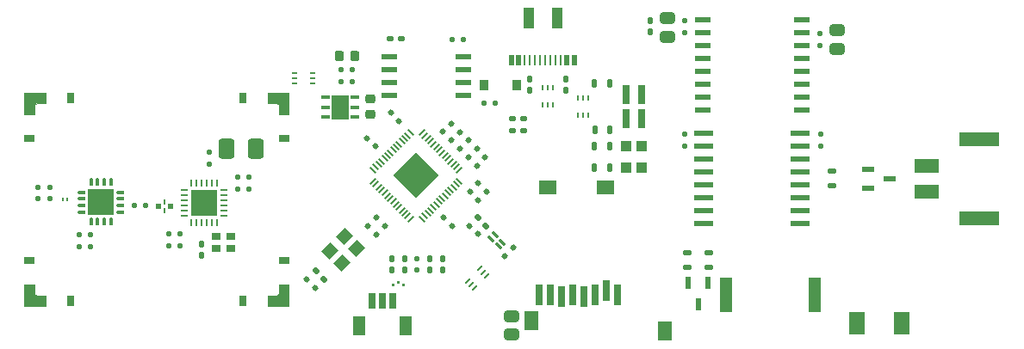
<source format=gbr>
%TF.GenerationSoftware,KiCad,Pcbnew,9.0.2+1*%
%TF.CreationDate,2025-07-24T16:09:37+01:00*%
%TF.ProjectId,OBC,4f42432e-6b69-4636-9164-5f7063625858,rev?*%
%TF.SameCoordinates,Original*%
%TF.FileFunction,Paste,Top*%
%TF.FilePolarity,Positive*%
%FSLAX45Y45*%
G04 Gerber Fmt 4.5, Leading zero omitted, Abs format (unit mm)*
G04 Created by KiCad (PCBNEW 9.0.2+1) date 2025-07-24 16:09:37*
%MOMM*%
%LPD*%
G01*
G04 APERTURE LIST*
G04 Aperture macros list*
%AMRoundRect*
0 Rectangle with rounded corners*
0 $1 Rounding radius*
0 $2 $3 $4 $5 $6 $7 $8 $9 X,Y pos of 4 corners*
0 Add a 4 corners polygon primitive as box body*
4,1,4,$2,$3,$4,$5,$6,$7,$8,$9,$2,$3,0*
0 Add four circle primitives for the rounded corners*
1,1,$1+$1,$2,$3*
1,1,$1+$1,$4,$5*
1,1,$1+$1,$6,$7*
1,1,$1+$1,$8,$9*
0 Add four rect primitives between the rounded corners*
20,1,$1+$1,$2,$3,$4,$5,0*
20,1,$1+$1,$4,$5,$6,$7,0*
20,1,$1+$1,$6,$7,$8,$9,0*
20,1,$1+$1,$8,$9,$2,$3,0*%
%AMRotRect*
0 Rectangle, with rotation*
0 The origin of the aperture is its center*
0 $1 length*
0 $2 width*
0 $3 Rotation angle, in degrees counterclockwise*
0 Add horizontal line*
21,1,$1,$2,0,0,$3*%
G04 Aperture macros list end*
%ADD10C,0.010000*%
%ADD11C,0.000000*%
%ADD12RoundRect,0.125000X0.231788X-0.055013X-0.055013X0.231788X-0.231788X0.055013X0.055013X-0.231788X0*%
%ADD13RoundRect,0.127000X0.152400X0.127000X-0.152400X0.127000X-0.152400X-0.127000X0.152400X-0.127000X0*%
%ADD14RoundRect,0.125000X0.124999X-0.202799X0.124999X0.202799X-0.124999X0.202799X-0.124999X-0.202799X0*%
%ADD15R,0.250000X0.600000*%
%ADD16R,0.600000X0.600000*%
%ADD17RoundRect,0.127000X-0.127000X0.152400X-0.127000X-0.152400X0.127000X-0.152400X0.127000X0.152400X0*%
%ADD18R,1.524000X0.533400*%
%ADD19R,1.300000X3.400000*%
%ADD20RoundRect,0.127000X0.127000X-0.152400X0.127000X0.152400X-0.127000X0.152400X-0.127000X-0.152400X0*%
%ADD21R,0.254000X0.762000*%
%ADD22R,0.762000X0.254000*%
%ADD23R,2.641600X2.641600*%
%ADD24RoundRect,0.125000X0.202799X0.124999X-0.202799X0.124999X-0.202799X-0.124999X0.202799X-0.124999X0*%
%ADD25R,0.210000X0.400000*%
%ADD26R,0.800000X2.000000*%
%ADD27R,1.800000X1.400000*%
%ADD28R,1.400000X1.900000*%
%ADD29RoundRect,0.250000X0.475000X-0.325000X0.475000X0.325000X-0.475000X0.325000X-0.475000X-0.325000X0*%
%ADD30RoundRect,0.127000X0.017961X0.197566X-0.197566X-0.017961X-0.017961X-0.197566X0.197566X0.017961X0*%
%ADD31RotRect,0.177800X0.812800X45.000000*%
%ADD32RotRect,0.177800X0.812800X315.000000*%
%ADD33RotRect,3.200400X3.200400X315.000000*%
%ADD34RoundRect,0.250000X-0.475000X0.325000X-0.475000X-0.325000X0.475000X-0.325000X0.475000X0.325000X0*%
%ADD35RoundRect,0.230000X0.260000X-0.230000X0.260000X0.230000X-0.260000X0.230000X-0.260000X-0.230000X0*%
%ADD36RoundRect,0.127000X-0.197566X0.017961X0.017961X-0.197566X0.197566X-0.017961X-0.017961X0.197566X0*%
%ADD37R,0.660400X1.549400*%
%ADD38R,1.295400X1.905000*%
%ADD39R,0.812800X0.406400*%
%ADD40R,1.752600X2.489200*%
%ADD41R,1.244600X0.558800*%
%ADD42R,0.600000X1.250000*%
%ADD43RoundRect,0.227500X-0.227500X-0.307500X0.227500X-0.307500X0.227500X0.307500X-0.227500X0.307500X0*%
%ADD44RoundRect,0.125000X-0.124999X0.202799X-0.124999X-0.202799X0.124999X-0.202799X0.124999X0.202799X0*%
%ADD45RoundRect,0.125000X-0.125000X-0.281400X0.125000X-0.281400X0.125000X0.281400X-0.125000X0.281400X0*%
%ADD46R,1.649999X0.599999*%
%ADD47RoundRect,0.076200X0.304800X-0.076200X0.304800X0.076200X-0.304800X0.076200X-0.304800X-0.076200X0*%
%ADD48RoundRect,0.076200X-0.076200X-0.304800X0.076200X-0.304800X0.076200X0.304800X-0.076200X0.304800X0*%
%ADD49RoundRect,0.127000X-0.017961X-0.197566X0.197566X0.017961X0.017961X0.197566X-0.197566X-0.017961X0*%
%ADD50R,1.000000X0.800000*%
%ADD51R,0.800000X1.000000*%
%ADD52RoundRect,0.127000X-0.152400X-0.127000X0.152400X-0.127000X0.152400X0.127000X-0.152400X0.127000X0*%
%ADD53RoundRect,0.125000X0.281400X-0.125000X0.281400X0.125000X-0.281400X0.125000X-0.281400X-0.125000X0*%
%ADD54R,0.609600X0.228600*%
%ADD55R,1.050000X1.000000*%
%ADD56R,0.520000X1.000000*%
%ADD57R,0.270000X1.000000*%
%ADD58R,1.000000X2.000000*%
%ADD59R,0.660400X1.905000*%
%ADD60RoundRect,0.125000X-0.231788X0.055013X0.055013X-0.231788X0.231788X-0.055013X-0.055013X0.231788X0*%
%ADD61RoundRect,0.127000X0.197566X-0.017961X-0.017961X0.197566X-0.197566X0.017961X0.017961X-0.197566X0*%
%ADD62RoundRect,0.125000X0.125000X0.281400X-0.125000X0.281400X-0.125000X-0.281400X0.125000X-0.281400X0*%
%ADD63R,0.228600X0.609600*%
%ADD64RoundRect,0.230000X-0.230000X-0.260000X0.230000X-0.260000X0.230000X0.260000X-0.230000X0.260000X0*%
%ADD65RoundRect,0.095000X-0.335000X0.285000X-0.335000X-0.285000X0.335000X-0.285000X0.335000X0.285000X0*%
%ADD66RoundRect,0.250000X0.525000X0.725000X-0.525000X0.725000X-0.525000X-0.725000X0.525000X-0.725000X0*%
%ADD67RotRect,0.762000X0.254000X315.000000*%
%ADD68R,1.550000X2.200000*%
%ADD69R,2.380000X1.350000*%
%ADD70R,3.920000X1.400000*%
%ADD71RoundRect,0.125000X-0.281400X0.125000X-0.281400X-0.125000X0.281400X-0.125000X0.281400X0.125000X0*%
%ADD72RotRect,1.100000X1.300000X135.000000*%
%ADD73RotRect,0.609600X0.228600X225.000000*%
%ADD74R,1.899999X0.599999*%
G04 APERTURE END LIST*
D10*
%TO.C,D5*%
X14679300Y-11319940D02*
X14679500Y-11319940D01*
X14679800Y-11320040D01*
X14680000Y-11320040D01*
X14680300Y-11320140D01*
X14680500Y-11320240D01*
X14680800Y-11320340D01*
X14681000Y-11320540D01*
X14681200Y-11320640D01*
X14681400Y-11320840D01*
X14681600Y-11320940D01*
X14681800Y-11321140D01*
X14682000Y-11321340D01*
X14682200Y-11321540D01*
X14682400Y-11321740D01*
X14682500Y-11321940D01*
X14682700Y-11322140D01*
X14682800Y-11322340D01*
X14683000Y-11322540D01*
X14683100Y-11322840D01*
X14683200Y-11323040D01*
X14683300Y-11323340D01*
X14683300Y-11323540D01*
X14683400Y-11323840D01*
X14683400Y-11324040D01*
X14683500Y-11324340D01*
X14683500Y-11324540D01*
X14683500Y-11324840D01*
X14683500Y-11335840D01*
X14683500Y-11336140D01*
X14683500Y-11336340D01*
X14683400Y-11336640D01*
X14683400Y-11336840D01*
X14683300Y-11337140D01*
X14683300Y-11337340D01*
X14683200Y-11337640D01*
X14683100Y-11337840D01*
X14683000Y-11338140D01*
X14682800Y-11338340D01*
X14682700Y-11338540D01*
X14682500Y-11338740D01*
X14682400Y-11338940D01*
X14682200Y-11339140D01*
X14682000Y-11339340D01*
X14681800Y-11339540D01*
X14681600Y-11339740D01*
X14681400Y-11339840D01*
X14681200Y-11340040D01*
X14681000Y-11340140D01*
X14680800Y-11340340D01*
X14680500Y-11340440D01*
X14680300Y-11340540D01*
X14680000Y-11340640D01*
X14679800Y-11340640D01*
X14679500Y-11340740D01*
X14679300Y-11340740D01*
X14679000Y-11340840D01*
X14678800Y-11340840D01*
X14678500Y-11340840D01*
X14667500Y-11340840D01*
X14667200Y-11340840D01*
X14667000Y-11340840D01*
X14666700Y-11340740D01*
X14666500Y-11340740D01*
X14666200Y-11340640D01*
X14666000Y-11340640D01*
X14665700Y-11340540D01*
X14665500Y-11340440D01*
X14665200Y-11340340D01*
X14665000Y-11340140D01*
X14664800Y-11340040D01*
X14664600Y-11339840D01*
X14664400Y-11339740D01*
X14664200Y-11339540D01*
X14664000Y-11339340D01*
X14663800Y-11339140D01*
X14663600Y-11338940D01*
X14663500Y-11338740D01*
X14663300Y-11338540D01*
X14663200Y-11338340D01*
X14663000Y-11338140D01*
X14662900Y-11337840D01*
X14662800Y-11337640D01*
X14662700Y-11337340D01*
X14662700Y-11337140D01*
X14662600Y-11336840D01*
X14662600Y-11336640D01*
X14662500Y-11336340D01*
X14662500Y-11336140D01*
X14662500Y-11335840D01*
X14662500Y-11324840D01*
X14662500Y-11324540D01*
X14662500Y-11324340D01*
X14662600Y-11324040D01*
X14662600Y-11323840D01*
X14662700Y-11323540D01*
X14662700Y-11323340D01*
X14662800Y-11323040D01*
X14662900Y-11322840D01*
X14663000Y-11322540D01*
X14663200Y-11322340D01*
X14663300Y-11322140D01*
X14663500Y-11321940D01*
X14663600Y-11321740D01*
X14663800Y-11321540D01*
X14664000Y-11321340D01*
X14664200Y-11321140D01*
X14664400Y-11320940D01*
X14664600Y-11320840D01*
X14664800Y-11320640D01*
X14665000Y-11320540D01*
X14665200Y-11320340D01*
X14665500Y-11320240D01*
X14665700Y-11320140D01*
X14666000Y-11320040D01*
X14666200Y-11320040D01*
X14666500Y-11319940D01*
X14666700Y-11319940D01*
X14667000Y-11319840D01*
X14667200Y-11319840D01*
X14667500Y-11319840D01*
X14678500Y-11319840D01*
X14678800Y-11319840D01*
X14679000Y-11319840D01*
X14679300Y-11319940D01*
G36*
X14679300Y-11319940D02*
G01*
X14679500Y-11319940D01*
X14679800Y-11320040D01*
X14680000Y-11320040D01*
X14680300Y-11320140D01*
X14680500Y-11320240D01*
X14680800Y-11320340D01*
X14681000Y-11320540D01*
X14681200Y-11320640D01*
X14681400Y-11320840D01*
X14681600Y-11320940D01*
X14681800Y-11321140D01*
X14682000Y-11321340D01*
X14682200Y-11321540D01*
X14682400Y-11321740D01*
X14682500Y-11321940D01*
X14682700Y-11322140D01*
X14682800Y-11322340D01*
X14683000Y-11322540D01*
X14683100Y-11322840D01*
X14683200Y-11323040D01*
X14683300Y-11323340D01*
X14683300Y-11323540D01*
X14683400Y-11323840D01*
X14683400Y-11324040D01*
X14683500Y-11324340D01*
X14683500Y-11324540D01*
X14683500Y-11324840D01*
X14683500Y-11335840D01*
X14683500Y-11336140D01*
X14683500Y-11336340D01*
X14683400Y-11336640D01*
X14683400Y-11336840D01*
X14683300Y-11337140D01*
X14683300Y-11337340D01*
X14683200Y-11337640D01*
X14683100Y-11337840D01*
X14683000Y-11338140D01*
X14682800Y-11338340D01*
X14682700Y-11338540D01*
X14682500Y-11338740D01*
X14682400Y-11338940D01*
X14682200Y-11339140D01*
X14682000Y-11339340D01*
X14681800Y-11339540D01*
X14681600Y-11339740D01*
X14681400Y-11339840D01*
X14681200Y-11340040D01*
X14681000Y-11340140D01*
X14680800Y-11340340D01*
X14680500Y-11340440D01*
X14680300Y-11340540D01*
X14680000Y-11340640D01*
X14679800Y-11340640D01*
X14679500Y-11340740D01*
X14679300Y-11340740D01*
X14679000Y-11340840D01*
X14678800Y-11340840D01*
X14678500Y-11340840D01*
X14667500Y-11340840D01*
X14667200Y-11340840D01*
X14667000Y-11340840D01*
X14666700Y-11340740D01*
X14666500Y-11340740D01*
X14666200Y-11340640D01*
X14666000Y-11340640D01*
X14665700Y-11340540D01*
X14665500Y-11340440D01*
X14665200Y-11340340D01*
X14665000Y-11340140D01*
X14664800Y-11340040D01*
X14664600Y-11339840D01*
X14664400Y-11339740D01*
X14664200Y-11339540D01*
X14664000Y-11339340D01*
X14663800Y-11339140D01*
X14663600Y-11338940D01*
X14663500Y-11338740D01*
X14663300Y-11338540D01*
X14663200Y-11338340D01*
X14663000Y-11338140D01*
X14662900Y-11337840D01*
X14662800Y-11337640D01*
X14662700Y-11337340D01*
X14662700Y-11337140D01*
X14662600Y-11336840D01*
X14662600Y-11336640D01*
X14662500Y-11336340D01*
X14662500Y-11336140D01*
X14662500Y-11335840D01*
X14662500Y-11324840D01*
X14662500Y-11324540D01*
X14662500Y-11324340D01*
X14662600Y-11324040D01*
X14662600Y-11323840D01*
X14662700Y-11323540D01*
X14662700Y-11323340D01*
X14662800Y-11323040D01*
X14662900Y-11322840D01*
X14663000Y-11322540D01*
X14663200Y-11322340D01*
X14663300Y-11322140D01*
X14663500Y-11321940D01*
X14663600Y-11321740D01*
X14663800Y-11321540D01*
X14664000Y-11321340D01*
X14664200Y-11321140D01*
X14664400Y-11320940D01*
X14664600Y-11320840D01*
X14664800Y-11320640D01*
X14665000Y-11320540D01*
X14665200Y-11320340D01*
X14665500Y-11320240D01*
X14665700Y-11320140D01*
X14666000Y-11320040D01*
X14666200Y-11320040D01*
X14666500Y-11319940D01*
X14666700Y-11319940D01*
X14667000Y-11319840D01*
X14667200Y-11319840D01*
X14667500Y-11319840D01*
X14678500Y-11319840D01*
X14678800Y-11319840D01*
X14679000Y-11319840D01*
X14679300Y-11319940D01*
G37*
X14729300Y-11294940D02*
X14729500Y-11294940D01*
X14729800Y-11295040D01*
X14730000Y-11295040D01*
X14730300Y-11295140D01*
X14730500Y-11295240D01*
X14730800Y-11295340D01*
X14731000Y-11295540D01*
X14731200Y-11295640D01*
X14731400Y-11295840D01*
X14731600Y-11295940D01*
X14731800Y-11296140D01*
X14732000Y-11296340D01*
X14732200Y-11296540D01*
X14732400Y-11296740D01*
X14732500Y-11296940D01*
X14732700Y-11297140D01*
X14732800Y-11297340D01*
X14733000Y-11297540D01*
X14733100Y-11297840D01*
X14733200Y-11298040D01*
X14733300Y-11298340D01*
X14733300Y-11298540D01*
X14733400Y-11298840D01*
X14733400Y-11299040D01*
X14733500Y-11299340D01*
X14733500Y-11299540D01*
X14733500Y-11299840D01*
X14733500Y-11310840D01*
X14733500Y-11311140D01*
X14733500Y-11311340D01*
X14733400Y-11311640D01*
X14733400Y-11311840D01*
X14733300Y-11312140D01*
X14733300Y-11312340D01*
X14733200Y-11312640D01*
X14733100Y-11312840D01*
X14733000Y-11313140D01*
X14732800Y-11313340D01*
X14732700Y-11313540D01*
X14732500Y-11313740D01*
X14732400Y-11313940D01*
X14732200Y-11314140D01*
X14732000Y-11314340D01*
X14731800Y-11314540D01*
X14731600Y-11314740D01*
X14731400Y-11314840D01*
X14731200Y-11315040D01*
X14731000Y-11315140D01*
X14730800Y-11315340D01*
X14730500Y-11315440D01*
X14730300Y-11315540D01*
X14730000Y-11315640D01*
X14729800Y-11315640D01*
X14729500Y-11315740D01*
X14729300Y-11315740D01*
X14729000Y-11315840D01*
X14728800Y-11315840D01*
X14728500Y-11315840D01*
X14717500Y-11315840D01*
X14717200Y-11315840D01*
X14717000Y-11315840D01*
X14716700Y-11315740D01*
X14716500Y-11315740D01*
X14716200Y-11315640D01*
X14716000Y-11315640D01*
X14715700Y-11315540D01*
X14715500Y-11315440D01*
X14715200Y-11315340D01*
X14715000Y-11315140D01*
X14714800Y-11315040D01*
X14714600Y-11314840D01*
X14714400Y-11314740D01*
X14714200Y-11314540D01*
X14714000Y-11314340D01*
X14713800Y-11314140D01*
X14713600Y-11313940D01*
X14713500Y-11313740D01*
X14713300Y-11313540D01*
X14713200Y-11313340D01*
X14713000Y-11313140D01*
X14712900Y-11312840D01*
X14712800Y-11312640D01*
X14712700Y-11312340D01*
X14712700Y-11312140D01*
X14712600Y-11311840D01*
X14712600Y-11311640D01*
X14712500Y-11311340D01*
X14712500Y-11311140D01*
X14712500Y-11310840D01*
X14712500Y-11299840D01*
X14712500Y-11299540D01*
X14712500Y-11299340D01*
X14712600Y-11299040D01*
X14712600Y-11298840D01*
X14712700Y-11298540D01*
X14712700Y-11298340D01*
X14712800Y-11298040D01*
X14712900Y-11297840D01*
X14713000Y-11297540D01*
X14713200Y-11297340D01*
X14713300Y-11297140D01*
X14713500Y-11296940D01*
X14713600Y-11296740D01*
X14713800Y-11296540D01*
X14714000Y-11296340D01*
X14714200Y-11296140D01*
X14714400Y-11295940D01*
X14714600Y-11295840D01*
X14714800Y-11295640D01*
X14715000Y-11295540D01*
X14715200Y-11295340D01*
X14715500Y-11295240D01*
X14715700Y-11295140D01*
X14716000Y-11295040D01*
X14716200Y-11295040D01*
X14716500Y-11294940D01*
X14716700Y-11294940D01*
X14717000Y-11294840D01*
X14717200Y-11294840D01*
X14717500Y-11294840D01*
X14728500Y-11294840D01*
X14728800Y-11294840D01*
X14729000Y-11294840D01*
X14729300Y-11294940D01*
G36*
X14729300Y-11294940D02*
G01*
X14729500Y-11294940D01*
X14729800Y-11295040D01*
X14730000Y-11295040D01*
X14730300Y-11295140D01*
X14730500Y-11295240D01*
X14730800Y-11295340D01*
X14731000Y-11295540D01*
X14731200Y-11295640D01*
X14731400Y-11295840D01*
X14731600Y-11295940D01*
X14731800Y-11296140D01*
X14732000Y-11296340D01*
X14732200Y-11296540D01*
X14732400Y-11296740D01*
X14732500Y-11296940D01*
X14732700Y-11297140D01*
X14732800Y-11297340D01*
X14733000Y-11297540D01*
X14733100Y-11297840D01*
X14733200Y-11298040D01*
X14733300Y-11298340D01*
X14733300Y-11298540D01*
X14733400Y-11298840D01*
X14733400Y-11299040D01*
X14733500Y-11299340D01*
X14733500Y-11299540D01*
X14733500Y-11299840D01*
X14733500Y-11310840D01*
X14733500Y-11311140D01*
X14733500Y-11311340D01*
X14733400Y-11311640D01*
X14733400Y-11311840D01*
X14733300Y-11312140D01*
X14733300Y-11312340D01*
X14733200Y-11312640D01*
X14733100Y-11312840D01*
X14733000Y-11313140D01*
X14732800Y-11313340D01*
X14732700Y-11313540D01*
X14732500Y-11313740D01*
X14732400Y-11313940D01*
X14732200Y-11314140D01*
X14732000Y-11314340D01*
X14731800Y-11314540D01*
X14731600Y-11314740D01*
X14731400Y-11314840D01*
X14731200Y-11315040D01*
X14731000Y-11315140D01*
X14730800Y-11315340D01*
X14730500Y-11315440D01*
X14730300Y-11315540D01*
X14730000Y-11315640D01*
X14729800Y-11315640D01*
X14729500Y-11315740D01*
X14729300Y-11315740D01*
X14729000Y-11315840D01*
X14728800Y-11315840D01*
X14728500Y-11315840D01*
X14717500Y-11315840D01*
X14717200Y-11315840D01*
X14717000Y-11315840D01*
X14716700Y-11315740D01*
X14716500Y-11315740D01*
X14716200Y-11315640D01*
X14716000Y-11315640D01*
X14715700Y-11315540D01*
X14715500Y-11315440D01*
X14715200Y-11315340D01*
X14715000Y-11315140D01*
X14714800Y-11315040D01*
X14714600Y-11314840D01*
X14714400Y-11314740D01*
X14714200Y-11314540D01*
X14714000Y-11314340D01*
X14713800Y-11314140D01*
X14713600Y-11313940D01*
X14713500Y-11313740D01*
X14713300Y-11313540D01*
X14713200Y-11313340D01*
X14713000Y-11313140D01*
X14712900Y-11312840D01*
X14712800Y-11312640D01*
X14712700Y-11312340D01*
X14712700Y-11312140D01*
X14712600Y-11311840D01*
X14712600Y-11311640D01*
X14712500Y-11311340D01*
X14712500Y-11311140D01*
X14712500Y-11310840D01*
X14712500Y-11299840D01*
X14712500Y-11299540D01*
X14712500Y-11299340D01*
X14712600Y-11299040D01*
X14712600Y-11298840D01*
X14712700Y-11298540D01*
X14712700Y-11298340D01*
X14712800Y-11298040D01*
X14712900Y-11297840D01*
X14713000Y-11297540D01*
X14713200Y-11297340D01*
X14713300Y-11297140D01*
X14713500Y-11296940D01*
X14713600Y-11296740D01*
X14713800Y-11296540D01*
X14714000Y-11296340D01*
X14714200Y-11296140D01*
X14714400Y-11295940D01*
X14714600Y-11295840D01*
X14714800Y-11295640D01*
X14715000Y-11295540D01*
X14715200Y-11295340D01*
X14715500Y-11295240D01*
X14715700Y-11295140D01*
X14716000Y-11295040D01*
X14716200Y-11295040D01*
X14716500Y-11294940D01*
X14716700Y-11294940D01*
X14717000Y-11294840D01*
X14717200Y-11294840D01*
X14717500Y-11294840D01*
X14728500Y-11294840D01*
X14728800Y-11294840D01*
X14729000Y-11294840D01*
X14729300Y-11294940D01*
G37*
X14779300Y-11319940D02*
X14779500Y-11319940D01*
X14779800Y-11320040D01*
X14780000Y-11320040D01*
X14780300Y-11320140D01*
X14780500Y-11320240D01*
X14780800Y-11320340D01*
X14781000Y-11320540D01*
X14781200Y-11320640D01*
X14781400Y-11320840D01*
X14781600Y-11320940D01*
X14781800Y-11321140D01*
X14782000Y-11321340D01*
X14782200Y-11321540D01*
X14782400Y-11321740D01*
X14782500Y-11321940D01*
X14782700Y-11322140D01*
X14782800Y-11322340D01*
X14783000Y-11322540D01*
X14783100Y-11322840D01*
X14783200Y-11323040D01*
X14783300Y-11323340D01*
X14783300Y-11323540D01*
X14783400Y-11323840D01*
X14783400Y-11324040D01*
X14783500Y-11324340D01*
X14783500Y-11324540D01*
X14783500Y-11324840D01*
X14783500Y-11335840D01*
X14783500Y-11336140D01*
X14783500Y-11336340D01*
X14783400Y-11336640D01*
X14783400Y-11336840D01*
X14783300Y-11337140D01*
X14783300Y-11337340D01*
X14783200Y-11337640D01*
X14783100Y-11337840D01*
X14783000Y-11338140D01*
X14782800Y-11338340D01*
X14782700Y-11338540D01*
X14782500Y-11338740D01*
X14782400Y-11338940D01*
X14782200Y-11339140D01*
X14782000Y-11339340D01*
X14781800Y-11339540D01*
X14781600Y-11339740D01*
X14781400Y-11339840D01*
X14781200Y-11340040D01*
X14781000Y-11340140D01*
X14780800Y-11340340D01*
X14780500Y-11340440D01*
X14780300Y-11340540D01*
X14780000Y-11340640D01*
X14779800Y-11340640D01*
X14779500Y-11340740D01*
X14779300Y-11340740D01*
X14779000Y-11340840D01*
X14778800Y-11340840D01*
X14778500Y-11340840D01*
X14767500Y-11340840D01*
X14767200Y-11340840D01*
X14767000Y-11340840D01*
X14766700Y-11340740D01*
X14766500Y-11340740D01*
X14766200Y-11340640D01*
X14766000Y-11340640D01*
X14765700Y-11340540D01*
X14765500Y-11340440D01*
X14765200Y-11340340D01*
X14765000Y-11340140D01*
X14764800Y-11340040D01*
X14764600Y-11339840D01*
X14764400Y-11339740D01*
X14764200Y-11339540D01*
X14764000Y-11339340D01*
X14763800Y-11339140D01*
X14763600Y-11338940D01*
X14763500Y-11338740D01*
X14763300Y-11338540D01*
X14763200Y-11338340D01*
X14763000Y-11338140D01*
X14762900Y-11337840D01*
X14762800Y-11337640D01*
X14762700Y-11337340D01*
X14762700Y-11337140D01*
X14762600Y-11336840D01*
X14762600Y-11336640D01*
X14762500Y-11336340D01*
X14762500Y-11336140D01*
X14762500Y-11335840D01*
X14762500Y-11324840D01*
X14762500Y-11324540D01*
X14762500Y-11324340D01*
X14762600Y-11324040D01*
X14762600Y-11323840D01*
X14762700Y-11323540D01*
X14762700Y-11323340D01*
X14762800Y-11323040D01*
X14762900Y-11322840D01*
X14763000Y-11322540D01*
X14763200Y-11322340D01*
X14763300Y-11322140D01*
X14763500Y-11321940D01*
X14763600Y-11321740D01*
X14763800Y-11321540D01*
X14764000Y-11321340D01*
X14764200Y-11321140D01*
X14764400Y-11320940D01*
X14764600Y-11320840D01*
X14764800Y-11320640D01*
X14765000Y-11320540D01*
X14765200Y-11320340D01*
X14765500Y-11320240D01*
X14765700Y-11320140D01*
X14766000Y-11320040D01*
X14766200Y-11320040D01*
X14766500Y-11319940D01*
X14766700Y-11319940D01*
X14767000Y-11319840D01*
X14767200Y-11319840D01*
X14767500Y-11319840D01*
X14778500Y-11319840D01*
X14778800Y-11319840D01*
X14779000Y-11319840D01*
X14779300Y-11319940D01*
G36*
X14779300Y-11319940D02*
G01*
X14779500Y-11319940D01*
X14779800Y-11320040D01*
X14780000Y-11320040D01*
X14780300Y-11320140D01*
X14780500Y-11320240D01*
X14780800Y-11320340D01*
X14781000Y-11320540D01*
X14781200Y-11320640D01*
X14781400Y-11320840D01*
X14781600Y-11320940D01*
X14781800Y-11321140D01*
X14782000Y-11321340D01*
X14782200Y-11321540D01*
X14782400Y-11321740D01*
X14782500Y-11321940D01*
X14782700Y-11322140D01*
X14782800Y-11322340D01*
X14783000Y-11322540D01*
X14783100Y-11322840D01*
X14783200Y-11323040D01*
X14783300Y-11323340D01*
X14783300Y-11323540D01*
X14783400Y-11323840D01*
X14783400Y-11324040D01*
X14783500Y-11324340D01*
X14783500Y-11324540D01*
X14783500Y-11324840D01*
X14783500Y-11335840D01*
X14783500Y-11336140D01*
X14783500Y-11336340D01*
X14783400Y-11336640D01*
X14783400Y-11336840D01*
X14783300Y-11337140D01*
X14783300Y-11337340D01*
X14783200Y-11337640D01*
X14783100Y-11337840D01*
X14783000Y-11338140D01*
X14782800Y-11338340D01*
X14782700Y-11338540D01*
X14782500Y-11338740D01*
X14782400Y-11338940D01*
X14782200Y-11339140D01*
X14782000Y-11339340D01*
X14781800Y-11339540D01*
X14781600Y-11339740D01*
X14781400Y-11339840D01*
X14781200Y-11340040D01*
X14781000Y-11340140D01*
X14780800Y-11340340D01*
X14780500Y-11340440D01*
X14780300Y-11340540D01*
X14780000Y-11340640D01*
X14779800Y-11340640D01*
X14779500Y-11340740D01*
X14779300Y-11340740D01*
X14779000Y-11340840D01*
X14778800Y-11340840D01*
X14778500Y-11340840D01*
X14767500Y-11340840D01*
X14767200Y-11340840D01*
X14767000Y-11340840D01*
X14766700Y-11340740D01*
X14766500Y-11340740D01*
X14766200Y-11340640D01*
X14766000Y-11340640D01*
X14765700Y-11340540D01*
X14765500Y-11340440D01*
X14765200Y-11340340D01*
X14765000Y-11340140D01*
X14764800Y-11340040D01*
X14764600Y-11339840D01*
X14764400Y-11339740D01*
X14764200Y-11339540D01*
X14764000Y-11339340D01*
X14763800Y-11339140D01*
X14763600Y-11338940D01*
X14763500Y-11338740D01*
X14763300Y-11338540D01*
X14763200Y-11338340D01*
X14763000Y-11338140D01*
X14762900Y-11337840D01*
X14762800Y-11337640D01*
X14762700Y-11337340D01*
X14762700Y-11337140D01*
X14762600Y-11336840D01*
X14762600Y-11336640D01*
X14762500Y-11336340D01*
X14762500Y-11336140D01*
X14762500Y-11335840D01*
X14762500Y-11324840D01*
X14762500Y-11324540D01*
X14762500Y-11324340D01*
X14762600Y-11324040D01*
X14762600Y-11323840D01*
X14762700Y-11323540D01*
X14762700Y-11323340D01*
X14762800Y-11323040D01*
X14762900Y-11322840D01*
X14763000Y-11322540D01*
X14763200Y-11322340D01*
X14763300Y-11322140D01*
X14763500Y-11321940D01*
X14763600Y-11321740D01*
X14763800Y-11321540D01*
X14764000Y-11321340D01*
X14764200Y-11321140D01*
X14764400Y-11320940D01*
X14764600Y-11320840D01*
X14764800Y-11320640D01*
X14765000Y-11320540D01*
X14765200Y-11320340D01*
X14765500Y-11320240D01*
X14765700Y-11320140D01*
X14766000Y-11320040D01*
X14766200Y-11320040D01*
X14766500Y-11319940D01*
X14766700Y-11319940D01*
X14767000Y-11319840D01*
X14767200Y-11319840D01*
X14767500Y-11319840D01*
X14778500Y-11319840D01*
X14778800Y-11319840D01*
X14779000Y-11319840D01*
X14779300Y-11319940D01*
G37*
D11*
%TO.C,U1*%
G36*
X12807036Y-10518324D02*
G01*
X12694956Y-10518324D01*
X12694956Y-10406244D01*
X12807036Y-10406244D01*
X12807036Y-10518324D01*
G37*
G36*
X12807036Y-10650404D02*
G01*
X12694956Y-10650404D01*
X12694956Y-10538324D01*
X12807036Y-10538324D01*
X12807036Y-10650404D01*
G37*
G36*
X12939116Y-10518324D02*
G01*
X12827036Y-10518324D01*
X12827036Y-10406244D01*
X12939116Y-10406244D01*
X12939116Y-10518324D01*
G37*
G36*
X12939116Y-10650404D02*
G01*
X12827036Y-10650404D01*
X12827036Y-10538324D01*
X12939116Y-10538324D01*
X12939116Y-10650404D01*
G37*
%TO.C,MCU1*%
G36*
X14889858Y-10260000D02*
G01*
X14790849Y-10359009D01*
X14691840Y-10260000D01*
X14790849Y-10160991D01*
X14889858Y-10260000D01*
G37*
G36*
X15003009Y-10146849D02*
G01*
X14904000Y-10245858D01*
X14804991Y-10146849D01*
X14904000Y-10047840D01*
X15003009Y-10146849D01*
G37*
G36*
X15003009Y-10373151D02*
G01*
X14904000Y-10472160D01*
X14804991Y-10373151D01*
X14904000Y-10274142D01*
X15003009Y-10373151D01*
G37*
G36*
X15116160Y-10260000D02*
G01*
X15017151Y-10359009D01*
X14918142Y-10260000D01*
X15017151Y-10160991D01*
X15116160Y-10260000D01*
G37*
%TO.C,U3*%
G36*
X11794120Y-10509785D02*
G01*
X11682040Y-10509785D01*
X11682040Y-10397705D01*
X11794120Y-10397705D01*
X11794120Y-10509785D01*
G37*
G36*
X11794120Y-10641865D02*
G01*
X11682040Y-10641865D01*
X11682040Y-10529785D01*
X11794120Y-10529785D01*
X11794120Y-10641865D01*
G37*
G36*
X11926200Y-10509785D02*
G01*
X11814120Y-10509785D01*
X11814120Y-10397705D01*
X11926200Y-10397705D01*
X11926200Y-10509785D01*
G37*
G36*
X11926200Y-10641865D02*
G01*
X11814120Y-10641865D01*
X11814120Y-10529785D01*
X11926200Y-10529785D01*
X11926200Y-10641865D01*
G37*
D10*
%TO.C,J7*%
X11152418Y-11424000D02*
X11172418Y-11444000D01*
X11262417Y-11444000D01*
X11262417Y-11544000D01*
X11052418Y-11544000D01*
X11052418Y-11334000D01*
X11152418Y-11334000D01*
X11152418Y-11424000D01*
G36*
X11152418Y-11424000D02*
G01*
X11172418Y-11444000D01*
X11262417Y-11444000D01*
X11262417Y-11544000D01*
X11052418Y-11544000D01*
X11052418Y-11334000D01*
X11152418Y-11334000D01*
X11152418Y-11424000D01*
G37*
%TO.C,J9*%
X13652417Y-9654000D02*
X13552417Y-9654000D01*
X13552417Y-9564000D01*
X13532417Y-9544000D01*
X13442417Y-9544000D01*
X13442417Y-9444000D01*
X13652417Y-9444000D01*
X13652417Y-9654000D01*
G36*
X13652417Y-9654000D02*
G01*
X13552417Y-9654000D01*
X13552417Y-9564000D01*
X13532417Y-9544000D01*
X13442417Y-9544000D01*
X13442417Y-9444000D01*
X13652417Y-9444000D01*
X13652417Y-9654000D01*
G37*
%TO.C,J8*%
X13652417Y-11544000D02*
X13442417Y-11544000D01*
X13442417Y-11444000D01*
X13532417Y-11444000D01*
X13552417Y-11424000D01*
X13552417Y-11334000D01*
X13652417Y-11334000D01*
X13652417Y-11544000D01*
G36*
X13652417Y-11544000D02*
G01*
X13442417Y-11544000D01*
X13442417Y-11444000D01*
X13532417Y-11444000D01*
X13552417Y-11424000D01*
X13552417Y-11334000D01*
X13652417Y-11334000D01*
X13652417Y-11544000D01*
G37*
%TO.C,J10*%
X11262417Y-9544000D02*
X11172418Y-9544000D01*
X11152418Y-9564000D01*
X11152418Y-9654000D01*
X11052418Y-9654000D01*
X11052418Y-9444000D01*
X11262417Y-9444000D01*
X11262417Y-9544000D01*
G36*
X11262417Y-9544000D02*
G01*
X11172418Y-9544000D01*
X11152418Y-9564000D01*
X11152418Y-9654000D01*
X11052418Y-9654000D01*
X11052418Y-9444000D01*
X11262417Y-9444000D01*
X11262417Y-9544000D01*
G37*
%TD*%
D12*
%TO.C,R21*%
X13995089Y-11278089D03*
X13916911Y-11199911D03*
%TD*%
D13*
%TO.C,C3*%
X12582386Y-10948624D03*
X12468086Y-10948624D03*
%TD*%
D14*
%TO.C,R15*%
X15040008Y-11189250D03*
X15040008Y-11078690D03*
%TD*%
D15*
%TO.C,FL1*%
X12427386Y-10603624D03*
D16*
X12488636Y-10561124D03*
D15*
X12427386Y-10518624D03*
D16*
X12366136Y-10561124D03*
%TD*%
D17*
%TO.C,C22*%
X14914206Y-11076820D03*
X14914206Y-11191120D03*
%TD*%
D18*
%TO.C,U6*%
X14639510Y-9089000D03*
X14639510Y-9216000D03*
X14639510Y-9343000D03*
X14639510Y-9470000D03*
X15368490Y-9470000D03*
X15368490Y-9343000D03*
X15368490Y-9216000D03*
X15368490Y-9089000D03*
%TD*%
D19*
%TO.C,LS1*%
X18822000Y-11434000D03*
X17952000Y-11434000D03*
%TD*%
D20*
%TO.C,C21*%
X11302417Y-10489000D03*
X11302417Y-10374700D03*
%TD*%
D21*
%TO.C,U1*%
X12692036Y-10725174D03*
X12742036Y-10725174D03*
X12792036Y-10725174D03*
X12842036Y-10725174D03*
X12892036Y-10725174D03*
X12942036Y-10725174D03*
D22*
X13013886Y-10653324D03*
X13013886Y-10603324D03*
X13013886Y-10553324D03*
X13013886Y-10503324D03*
X13013886Y-10453324D03*
X13013886Y-10403324D03*
D21*
X12942036Y-10331474D03*
X12892036Y-10331474D03*
X12842036Y-10331474D03*
X12792036Y-10331474D03*
X12742036Y-10331474D03*
X12692036Y-10331474D03*
D22*
X12620186Y-10403324D03*
X12620186Y-10453324D03*
X12620186Y-10503324D03*
X12620186Y-10553324D03*
X12620186Y-10603324D03*
X12620186Y-10653324D03*
D23*
X12817036Y-10528324D03*
%TD*%
D24*
%TO.C,R17*%
X15956977Y-9820000D03*
X15846417Y-9820000D03*
%TD*%
D25*
%TO.C,L4*%
X11472350Y-10489785D03*
X11428350Y-10489785D03*
%TD*%
D26*
%TO.C,J3*%
X16885500Y-11430000D03*
X16775500Y-11390000D03*
X16665500Y-11430000D03*
X16555500Y-11450000D03*
X16445500Y-11430000D03*
X16335500Y-11450000D03*
X16225500Y-11430000D03*
X16115500Y-11430000D03*
D27*
X16196500Y-10375000D03*
X16766500Y-10375000D03*
D28*
X16036500Y-11690000D03*
X17351500Y-11790000D03*
%TD*%
D14*
%TO.C,R22*%
X16373417Y-9419280D03*
X16373417Y-9308720D03*
%TD*%
D29*
%TO.C,C12*%
X15840500Y-11826000D03*
X15840500Y-11646000D03*
%TD*%
D30*
%TO.C,C28*%
X14511072Y-10675428D03*
X14430250Y-10756250D03*
%TD*%
D31*
%TO.C,MCU1*%
X14847177Y-9835481D03*
X14818893Y-9863766D03*
X14790608Y-9892050D03*
X14762324Y-9920334D03*
X14734040Y-9948618D03*
X14705755Y-9976903D03*
X14677471Y-10005187D03*
X14649187Y-10033471D03*
X14620903Y-10061756D03*
X14592618Y-10090040D03*
X14564334Y-10118324D03*
X14536050Y-10146608D03*
X14507766Y-10174893D03*
X14479481Y-10203177D03*
D32*
X14479481Y-10316823D03*
X14507766Y-10345107D03*
X14536050Y-10373392D03*
X14564334Y-10401676D03*
X14592618Y-10429960D03*
X14620903Y-10458245D03*
X14649187Y-10486529D03*
X14677471Y-10514813D03*
X14705755Y-10543097D03*
X14734040Y-10571382D03*
X14762324Y-10599666D03*
X14790608Y-10627950D03*
X14818893Y-10656234D03*
X14847177Y-10684519D03*
D31*
X14960823Y-10684519D03*
X14989107Y-10656234D03*
X15017392Y-10627950D03*
X15045676Y-10599666D03*
X15073960Y-10571382D03*
X15102244Y-10543097D03*
X15130529Y-10514813D03*
X15158813Y-10486529D03*
X15187097Y-10458245D03*
X15215382Y-10429960D03*
X15243666Y-10401676D03*
X15271950Y-10373392D03*
X15300234Y-10345107D03*
X15328519Y-10316823D03*
D32*
X15328519Y-10203177D03*
X15300234Y-10174893D03*
X15271950Y-10146608D03*
X15243666Y-10118324D03*
X15215382Y-10090040D03*
X15187097Y-10061756D03*
X15158813Y-10033471D03*
X15130529Y-10005187D03*
X15102244Y-9976903D03*
X15073960Y-9948618D03*
X15045676Y-9920334D03*
X15017392Y-9892050D03*
X14989107Y-9863766D03*
X14960823Y-9835481D03*
D33*
X14904000Y-10260000D03*
%TD*%
D34*
%TO.C,C16*%
X17376418Y-8710000D03*
X17376418Y-8890000D03*
%TD*%
D30*
%TO.C,C10*%
X15856411Y-10968589D03*
X15775589Y-11049411D03*
%TD*%
D13*
%TO.C,C1*%
X12582386Y-10828624D03*
X12468086Y-10828624D03*
%TD*%
D20*
%TO.C,C20*%
X18876418Y-8977150D03*
X18876418Y-8862850D03*
%TD*%
D29*
%TO.C,C39*%
X19038418Y-9008500D03*
X19038418Y-8828500D03*
%TD*%
D35*
%TO.C,C38*%
X14451617Y-9657520D03*
X14451617Y-9502520D03*
%TD*%
D36*
%TO.C,C32*%
X15430855Y-10420828D03*
X15511677Y-10501650D03*
%TD*%
D13*
%TO.C,C15*%
X12246686Y-10553624D03*
X12132386Y-10553624D03*
%TD*%
D36*
%TO.C,C35*%
X15176178Y-10672178D03*
X15257000Y-10753000D03*
%TD*%
D37*
%TO.C,J5*%
X14674000Y-11490000D03*
X14574000Y-11490000D03*
X14474000Y-11490000D03*
D38*
X14344000Y-11742500D03*
X14804000Y-11742500D03*
%TD*%
D39*
%TO.C,U7*%
X14301197Y-9680000D03*
X14301197Y-9585000D03*
X14301197Y-9490000D03*
X14011637Y-9490000D03*
X14011637Y-9585000D03*
X14011637Y-9680000D03*
D40*
X14156417Y-9585000D03*
%TD*%
D41*
%TO.C,CR3*%
X19346680Y-10194256D03*
X19346680Y-10384756D03*
X19557500Y-10289506D03*
%TD*%
D42*
%TO.C,IC2*%
X17770992Y-11315715D03*
X17579992Y-11315715D03*
X17675492Y-11525715D03*
%TD*%
D43*
%TO.C,D4*%
X15891917Y-9365000D03*
X15570917Y-9365000D03*
%TD*%
D44*
%TO.C,R10*%
X17206418Y-8734720D03*
X17206418Y-8845280D03*
%TD*%
D45*
%TO.C,R13*%
X16655617Y-10180000D03*
X16805618Y-10180000D03*
%TD*%
D14*
%TO.C,R19*%
X14788403Y-11189250D03*
X14788403Y-11078690D03*
%TD*%
D20*
%TO.C,C19*%
X11182417Y-10489000D03*
X11182417Y-10374700D03*
%TD*%
D46*
%TO.C,U14*%
X17721918Y-8724500D03*
X17721918Y-8851500D03*
X17721918Y-8978500D03*
X17721918Y-9105500D03*
X17721918Y-9232500D03*
X17721918Y-9359500D03*
X17721918Y-9486500D03*
X17721918Y-9613500D03*
X18696918Y-9613500D03*
X18696918Y-9486500D03*
X18696918Y-9359500D03*
X18696918Y-9232500D03*
X18696918Y-9105500D03*
X18696918Y-8978500D03*
X18696918Y-8851500D03*
X18696918Y-8724500D03*
%TD*%
D47*
%TO.C,U3*%
X11612350Y-10422286D03*
X11612350Y-10487285D03*
X11612350Y-10552286D03*
X11612350Y-10617285D03*
D48*
X11706620Y-10711555D03*
X11771620Y-10711555D03*
X11836620Y-10711555D03*
X11901620Y-10711555D03*
D47*
X11995890Y-10617285D03*
X11995890Y-10552286D03*
X11995890Y-10487285D03*
X11995890Y-10422286D03*
D48*
X11901620Y-10328015D03*
X11836620Y-10328015D03*
X11771620Y-10328015D03*
X11706620Y-10328015D03*
D23*
X11804120Y-10519785D03*
%TD*%
D14*
%TO.C,R1*%
X12791556Y-11044184D03*
X12791556Y-10933624D03*
%TD*%
D49*
%TO.C,C30*%
X15250678Y-9910754D03*
X15331501Y-9829932D03*
%TD*%
D50*
%TO.C,J7*%
X11102418Y-11094000D03*
D51*
X11502417Y-11494000D03*
%TD*%
D52*
%TO.C,C5*%
X13148764Y-10394000D03*
X13263064Y-10394000D03*
%TD*%
D53*
%TO.C,R55*%
X18992418Y-10362256D03*
X18992418Y-10212256D03*
%TD*%
D14*
%TO.C,R18*%
X14663000Y-11189250D03*
X14663000Y-11078690D03*
%TD*%
D49*
%TO.C,C33*%
X15334455Y-9994531D03*
X15415277Y-9913708D03*
%TD*%
D52*
%TO.C,C7*%
X13148117Y-10275850D03*
X13262417Y-10275850D03*
%TD*%
D49*
%TO.C,C27*%
X15502007Y-10162083D03*
X15582830Y-10081261D03*
%TD*%
D13*
%TO.C,C17*%
X11702417Y-10841850D03*
X11588117Y-10841850D03*
%TD*%
D54*
%TO.C,D1*%
X13881507Y-9350000D03*
X13881507Y-9300000D03*
X13881507Y-9250000D03*
X13711327Y-9250000D03*
X13711327Y-9300000D03*
X13711327Y-9350000D03*
%TD*%
D30*
%TO.C,C25*%
X15247724Y-9746156D03*
X15166902Y-9826978D03*
%TD*%
D55*
%TO.C,CR1*%
X16970617Y-10180000D03*
X17120617Y-10180000D03*
%TD*%
D17*
%TO.C,C36*%
X17546418Y-9853850D03*
X17546418Y-9968150D03*
%TD*%
D13*
%TO.C,C18*%
X11702417Y-10961850D03*
X11588117Y-10961850D03*
%TD*%
D56*
%TO.C,J6*%
X16457342Y-9126250D03*
X16382342Y-9126250D03*
D57*
X16322342Y-9126250D03*
X16272342Y-9126250D03*
X16222342Y-9126250D03*
X16172342Y-9126250D03*
X16122342Y-9126250D03*
X16072342Y-9126250D03*
X16022342Y-9126250D03*
X15972342Y-9126250D03*
D56*
X15912342Y-9126250D03*
X15837342Y-9126250D03*
D58*
X16287342Y-8706250D03*
X16007342Y-8706250D03*
%TD*%
D53*
%TO.C,R6*%
X17780492Y-11165715D03*
X17780492Y-11015715D03*
%TD*%
D59*
%TO.C,U5*%
X16970617Y-9700000D03*
X17120618Y-9700000D03*
X17120618Y-9458700D03*
X16970617Y-9458700D03*
%TD*%
D44*
%TO.C,R23*%
X16023417Y-9308720D03*
X16023417Y-9419280D03*
%TD*%
D60*
%TO.C,R25*%
X15512822Y-10675822D03*
X15591000Y-10754000D03*
%TD*%
D61*
%TO.C,C31*%
X14733911Y-9721911D03*
X14653089Y-9641089D03*
%TD*%
D62*
%TO.C,R4*%
X16810618Y-9809350D03*
X16660617Y-9809350D03*
%TD*%
D63*
%TO.C,IC1*%
X16494817Y-9662520D03*
X16545617Y-9662520D03*
X16596417Y-9662520D03*
X16596417Y-9494880D03*
X16545617Y-9494880D03*
X16494817Y-9494880D03*
%TD*%
D24*
%TO.C,R16*%
X15956977Y-9697584D03*
X15846417Y-9697584D03*
%TD*%
D36*
%TO.C,C26*%
X15514837Y-10336518D03*
X15595659Y-10417341D03*
%TD*%
D61*
%TO.C,C41*%
X15509411Y-10835411D03*
X15428589Y-10754589D03*
%TD*%
D20*
%TO.C,C9*%
X12872417Y-10146150D03*
X12872417Y-10031850D03*
%TD*%
D45*
%TO.C,R14*%
X16655618Y-9970000D03*
X16805618Y-9970000D03*
%TD*%
D61*
%TO.C,C29*%
X14500411Y-9970411D03*
X14419589Y-9889589D03*
%TD*%
D14*
%TO.C,R20*%
X15165411Y-11189250D03*
X15165411Y-11078690D03*
%TD*%
D36*
%TO.C,C34*%
X13830333Y-11283844D03*
X13911156Y-11364667D03*
%TD*%
D64*
%TO.C,C2*%
X14144067Y-9079520D03*
X14299067Y-9079520D03*
%TD*%
D65*
%TO.C,XTAL1*%
X13079917Y-10861500D03*
X12934917Y-10861500D03*
X12934917Y-10976500D03*
X13079917Y-10976500D03*
%TD*%
D66*
%TO.C,L1*%
X13327417Y-9994000D03*
X13037417Y-9994000D03*
%TD*%
D67*
%TO.C,U2*%
X15680736Y-10844710D03*
X15641223Y-10884223D03*
X15711269Y-10954269D03*
X15750782Y-10914756D03*
%TD*%
D52*
%TO.C,C6*%
X14164417Y-9337520D03*
X14278717Y-9337520D03*
%TD*%
D24*
%TO.C,R24*%
X14761560Y-8914000D03*
X14651000Y-8914000D03*
%TD*%
D52*
%TO.C,C37*%
X15567117Y-9545000D03*
X15681417Y-9545000D03*
%TD*%
D50*
%TO.C,J9*%
X13602417Y-9894000D03*
D51*
X13202417Y-9494000D03*
%TD*%
D55*
%TO.C,CR2*%
X16970618Y-9970000D03*
X17120618Y-9970000D03*
%TD*%
D63*
%TO.C,D3*%
X16247417Y-9391040D03*
X16197417Y-9391040D03*
X16147418Y-9391040D03*
X16147418Y-9561220D03*
X16197417Y-9561220D03*
X16247417Y-9561220D03*
%TD*%
D51*
%TO.C,J8*%
X13202417Y-11494000D03*
D50*
X13602417Y-11094000D03*
%TD*%
D52*
%TO.C,C4*%
X14164417Y-9217520D03*
X14278717Y-9217520D03*
%TD*%
D17*
%TO.C,C43*%
X17546418Y-8735820D03*
X17546418Y-8850120D03*
%TD*%
D68*
%TO.C,C8*%
X19236418Y-11710000D03*
X19676418Y-11710000D03*
%TD*%
D69*
%TO.C,J2*%
X19925180Y-10165000D03*
X19925180Y-10415000D03*
D70*
X20442180Y-9900000D03*
X20442180Y-10680000D03*
%TD*%
D71*
%TO.C,R7*%
X17570172Y-11015715D03*
X17570172Y-11165715D03*
%TD*%
D72*
%TO.C,XTAL2*%
X14170508Y-11120992D03*
X14319000Y-10972500D03*
X14202327Y-10855827D03*
X14053835Y-11004320D03*
%TD*%
D20*
%TO.C,C42*%
X18877418Y-9967150D03*
X18877418Y-9852850D03*
%TD*%
D49*
%TO.C,C24*%
X15418231Y-10078307D03*
X15499053Y-9997485D03*
%TD*%
D45*
%TO.C,R5*%
X16655617Y-9349350D03*
X16805618Y-9349350D03*
%TD*%
D73*
%TO.C,D2*%
X15599523Y-11245188D03*
X15564168Y-11209832D03*
X15528812Y-11174477D03*
X15408477Y-11294812D03*
X15443832Y-11330168D03*
X15479188Y-11365523D03*
%TD*%
D13*
%TO.C,C40*%
X15368300Y-8915000D03*
X15254000Y-8915000D03*
%TD*%
D74*
%TO.C,U12*%
X17727418Y-9845500D03*
X17727418Y-9972500D03*
X17727418Y-10099500D03*
X17727418Y-10226500D03*
X17727418Y-10353500D03*
X17727418Y-10480500D03*
X17727418Y-10607500D03*
X17727418Y-10734500D03*
X18677417Y-10734500D03*
X18677417Y-10607500D03*
X18677417Y-10480500D03*
X18677417Y-10353500D03*
X18677417Y-10226500D03*
X18677417Y-10099500D03*
X18677417Y-9972500D03*
X18677417Y-9845500D03*
%TD*%
D51*
%TO.C,J10*%
X11502417Y-9494000D03*
D50*
X11102418Y-9894000D03*
%TD*%
D49*
%TO.C,C23*%
X14515250Y-10841250D03*
X14596072Y-10760428D03*
%TD*%
M02*

</source>
